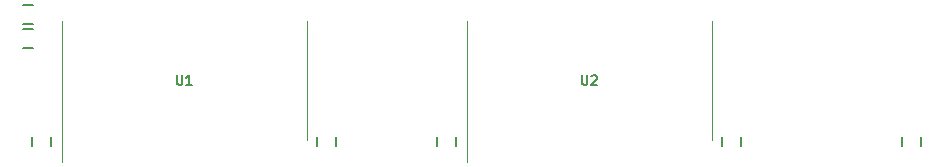
<source format=gto>
G04 #@! TF.GenerationSoftware,KiCad,Pcbnew,(5.1.10-1-10_14)*
G04 #@! TF.CreationDate,2021-07-02T01:32:44-04:00*
G04 #@! TF.ProjectId,GW4192-SOP,47573431-3932-42d5-934f-502e6b696361,1.0-SOP*
G04 #@! TF.SameCoordinates,Original*
G04 #@! TF.FileFunction,Legend,Top*
G04 #@! TF.FilePolarity,Positive*
%FSLAX46Y46*%
G04 Gerber Fmt 4.6, Leading zero omitted, Abs format (unit mm)*
G04 Created by KiCad (PCBNEW (5.1.10-1-10_14)) date 2021-07-02 01:32:44*
%MOMM*%
%LPD*%
G01*
G04 APERTURE LIST*
%ADD10C,0.120000*%
%ADD11C,0.152400*%
%ADD12C,0.203200*%
%ADD13C,1.448000*%
%ADD14C,0.952400*%
G04 APERTURE END LIST*
D10*
X85527500Y-90043000D02*
X85527500Y-96983000D01*
X85527500Y-90043000D02*
X85527500Y-85025500D01*
X106242500Y-90043000D02*
X106242500Y-95060500D01*
X106242500Y-90043000D02*
X106242500Y-85025500D01*
X119817500Y-90043000D02*
X119817500Y-96983000D01*
X119817500Y-90043000D02*
X119817500Y-85025500D01*
X140532500Y-90043000D02*
X140532500Y-95060500D01*
X140532500Y-90043000D02*
X140532500Y-85025500D01*
D11*
X118910000Y-95631900D02*
X118910000Y-94819100D01*
X117310000Y-95631900D02*
X117310000Y-94819100D01*
X108750000Y-95631900D02*
X108750000Y-94819100D01*
X107150000Y-95631900D02*
X107150000Y-94819100D01*
X143040000Y-95631900D02*
X143040000Y-94819100D01*
X141440000Y-95631900D02*
X141440000Y-94819100D01*
X84620000Y-95631900D02*
X84620000Y-94819100D01*
X83020000Y-95631900D02*
X83020000Y-94819100D01*
X158280000Y-95631900D02*
X158280000Y-94819100D01*
X156680000Y-95631900D02*
X156680000Y-94819100D01*
X83083400Y-85687000D02*
X82270600Y-85687000D01*
X83083400Y-87287000D02*
X82270600Y-87287000D01*
X82270600Y-85255000D02*
X83083400Y-85255000D01*
X82270600Y-83655000D02*
X83083400Y-83655000D01*
D12*
X95265723Y-89597895D02*
X95265723Y-90255876D01*
X95304428Y-90333285D01*
X95343133Y-90371990D01*
X95420542Y-90410695D01*
X95575361Y-90410695D01*
X95652771Y-90371990D01*
X95691476Y-90333285D01*
X95730180Y-90255876D01*
X95730180Y-89597895D01*
X96542980Y-90410695D02*
X96078523Y-90410695D01*
X96310752Y-90410695D02*
X96310752Y-89597895D01*
X96233342Y-89714009D01*
X96155933Y-89791419D01*
X96078523Y-89830123D01*
X129555723Y-89597895D02*
X129555723Y-90255876D01*
X129594428Y-90333285D01*
X129633133Y-90371990D01*
X129710542Y-90410695D01*
X129865361Y-90410695D01*
X129942771Y-90371990D01*
X129981476Y-90333285D01*
X130020180Y-90255876D01*
X130020180Y-89597895D01*
X130368523Y-89675304D02*
X130407228Y-89636600D01*
X130484638Y-89597895D01*
X130678161Y-89597895D01*
X130755571Y-89636600D01*
X130794276Y-89675304D01*
X130832980Y-89752714D01*
X130832980Y-89830123D01*
X130794276Y-89946238D01*
X130329819Y-90410695D01*
X130832980Y-90410695D01*
%LPC*%
G36*
G01*
X86535000Y-85076500D02*
X86185000Y-85076500D01*
G75*
G02*
X86010000Y-84901500I0J175000D01*
G01*
X86010000Y-83246500D01*
G75*
G02*
X86185000Y-83071500I175000J0D01*
G01*
X86535000Y-83071500D01*
G75*
G02*
X86710000Y-83246500I0J-175000D01*
G01*
X86710000Y-84901500D01*
G75*
G02*
X86535000Y-85076500I-175000J0D01*
G01*
G37*
G36*
G01*
X87805000Y-85076500D02*
X87455000Y-85076500D01*
G75*
G02*
X87280000Y-84901500I0J175000D01*
G01*
X87280000Y-83246500D01*
G75*
G02*
X87455000Y-83071500I175000J0D01*
G01*
X87805000Y-83071500D01*
G75*
G02*
X87980000Y-83246500I0J-175000D01*
G01*
X87980000Y-84901500D01*
G75*
G02*
X87805000Y-85076500I-175000J0D01*
G01*
G37*
G36*
G01*
X89075000Y-85076500D02*
X88725000Y-85076500D01*
G75*
G02*
X88550000Y-84901500I0J175000D01*
G01*
X88550000Y-83246500D01*
G75*
G02*
X88725000Y-83071500I175000J0D01*
G01*
X89075000Y-83071500D01*
G75*
G02*
X89250000Y-83246500I0J-175000D01*
G01*
X89250000Y-84901500D01*
G75*
G02*
X89075000Y-85076500I-175000J0D01*
G01*
G37*
G36*
G01*
X90345000Y-85076500D02*
X89995000Y-85076500D01*
G75*
G02*
X89820000Y-84901500I0J175000D01*
G01*
X89820000Y-83246500D01*
G75*
G02*
X89995000Y-83071500I175000J0D01*
G01*
X90345000Y-83071500D01*
G75*
G02*
X90520000Y-83246500I0J-175000D01*
G01*
X90520000Y-84901500D01*
G75*
G02*
X90345000Y-85076500I-175000J0D01*
G01*
G37*
G36*
G01*
X91615000Y-85076500D02*
X91265000Y-85076500D01*
G75*
G02*
X91090000Y-84901500I0J175000D01*
G01*
X91090000Y-83246500D01*
G75*
G02*
X91265000Y-83071500I175000J0D01*
G01*
X91615000Y-83071500D01*
G75*
G02*
X91790000Y-83246500I0J-175000D01*
G01*
X91790000Y-84901500D01*
G75*
G02*
X91615000Y-85076500I-175000J0D01*
G01*
G37*
G36*
G01*
X92885000Y-85076500D02*
X92535000Y-85076500D01*
G75*
G02*
X92360000Y-84901500I0J175000D01*
G01*
X92360000Y-83246500D01*
G75*
G02*
X92535000Y-83071500I175000J0D01*
G01*
X92885000Y-83071500D01*
G75*
G02*
X93060000Y-83246500I0J-175000D01*
G01*
X93060000Y-84901500D01*
G75*
G02*
X92885000Y-85076500I-175000J0D01*
G01*
G37*
G36*
G01*
X94155000Y-85076500D02*
X93805000Y-85076500D01*
G75*
G02*
X93630000Y-84901500I0J175000D01*
G01*
X93630000Y-83246500D01*
G75*
G02*
X93805000Y-83071500I175000J0D01*
G01*
X94155000Y-83071500D01*
G75*
G02*
X94330000Y-83246500I0J-175000D01*
G01*
X94330000Y-84901500D01*
G75*
G02*
X94155000Y-85076500I-175000J0D01*
G01*
G37*
G36*
G01*
X95425000Y-85076500D02*
X95075000Y-85076500D01*
G75*
G02*
X94900000Y-84901500I0J175000D01*
G01*
X94900000Y-83246500D01*
G75*
G02*
X95075000Y-83071500I175000J0D01*
G01*
X95425000Y-83071500D01*
G75*
G02*
X95600000Y-83246500I0J-175000D01*
G01*
X95600000Y-84901500D01*
G75*
G02*
X95425000Y-85076500I-175000J0D01*
G01*
G37*
G36*
G01*
X96695000Y-85076500D02*
X96345000Y-85076500D01*
G75*
G02*
X96170000Y-84901500I0J175000D01*
G01*
X96170000Y-83246500D01*
G75*
G02*
X96345000Y-83071500I175000J0D01*
G01*
X96695000Y-83071500D01*
G75*
G02*
X96870000Y-83246500I0J-175000D01*
G01*
X96870000Y-84901500D01*
G75*
G02*
X96695000Y-85076500I-175000J0D01*
G01*
G37*
G36*
G01*
X97965000Y-85076500D02*
X97615000Y-85076500D01*
G75*
G02*
X97440000Y-84901500I0J175000D01*
G01*
X97440000Y-83246500D01*
G75*
G02*
X97615000Y-83071500I175000J0D01*
G01*
X97965000Y-83071500D01*
G75*
G02*
X98140000Y-83246500I0J-175000D01*
G01*
X98140000Y-84901500D01*
G75*
G02*
X97965000Y-85076500I-175000J0D01*
G01*
G37*
G36*
G01*
X99235000Y-85076500D02*
X98885000Y-85076500D01*
G75*
G02*
X98710000Y-84901500I0J175000D01*
G01*
X98710000Y-83246500D01*
G75*
G02*
X98885000Y-83071500I175000J0D01*
G01*
X99235000Y-83071500D01*
G75*
G02*
X99410000Y-83246500I0J-175000D01*
G01*
X99410000Y-84901500D01*
G75*
G02*
X99235000Y-85076500I-175000J0D01*
G01*
G37*
G36*
G01*
X100505000Y-85076500D02*
X100155000Y-85076500D01*
G75*
G02*
X99980000Y-84901500I0J175000D01*
G01*
X99980000Y-83246500D01*
G75*
G02*
X100155000Y-83071500I175000J0D01*
G01*
X100505000Y-83071500D01*
G75*
G02*
X100680000Y-83246500I0J-175000D01*
G01*
X100680000Y-84901500D01*
G75*
G02*
X100505000Y-85076500I-175000J0D01*
G01*
G37*
G36*
G01*
X101775000Y-85076500D02*
X101425000Y-85076500D01*
G75*
G02*
X101250000Y-84901500I0J175000D01*
G01*
X101250000Y-83246500D01*
G75*
G02*
X101425000Y-83071500I175000J0D01*
G01*
X101775000Y-83071500D01*
G75*
G02*
X101950000Y-83246500I0J-175000D01*
G01*
X101950000Y-84901500D01*
G75*
G02*
X101775000Y-85076500I-175000J0D01*
G01*
G37*
G36*
G01*
X103045000Y-85076500D02*
X102695000Y-85076500D01*
G75*
G02*
X102520000Y-84901500I0J175000D01*
G01*
X102520000Y-83246500D01*
G75*
G02*
X102695000Y-83071500I175000J0D01*
G01*
X103045000Y-83071500D01*
G75*
G02*
X103220000Y-83246500I0J-175000D01*
G01*
X103220000Y-84901500D01*
G75*
G02*
X103045000Y-85076500I-175000J0D01*
G01*
G37*
G36*
G01*
X104315000Y-85076500D02*
X103965000Y-85076500D01*
G75*
G02*
X103790000Y-84901500I0J175000D01*
G01*
X103790000Y-83246500D01*
G75*
G02*
X103965000Y-83071500I175000J0D01*
G01*
X104315000Y-83071500D01*
G75*
G02*
X104490000Y-83246500I0J-175000D01*
G01*
X104490000Y-84901500D01*
G75*
G02*
X104315000Y-85076500I-175000J0D01*
G01*
G37*
G36*
G01*
X105585000Y-85076500D02*
X105235000Y-85076500D01*
G75*
G02*
X105060000Y-84901500I0J175000D01*
G01*
X105060000Y-83246500D01*
G75*
G02*
X105235000Y-83071500I175000J0D01*
G01*
X105585000Y-83071500D01*
G75*
G02*
X105760000Y-83246500I0J-175000D01*
G01*
X105760000Y-84901500D01*
G75*
G02*
X105585000Y-85076500I-175000J0D01*
G01*
G37*
G36*
G01*
X105585000Y-97014500D02*
X105235000Y-97014500D01*
G75*
G02*
X105060000Y-96839500I0J175000D01*
G01*
X105060000Y-95184500D01*
G75*
G02*
X105235000Y-95009500I175000J0D01*
G01*
X105585000Y-95009500D01*
G75*
G02*
X105760000Y-95184500I0J-175000D01*
G01*
X105760000Y-96839500D01*
G75*
G02*
X105585000Y-97014500I-175000J0D01*
G01*
G37*
G36*
G01*
X104315000Y-97014500D02*
X103965000Y-97014500D01*
G75*
G02*
X103790000Y-96839500I0J175000D01*
G01*
X103790000Y-95184500D01*
G75*
G02*
X103965000Y-95009500I175000J0D01*
G01*
X104315000Y-95009500D01*
G75*
G02*
X104490000Y-95184500I0J-175000D01*
G01*
X104490000Y-96839500D01*
G75*
G02*
X104315000Y-97014500I-175000J0D01*
G01*
G37*
G36*
G01*
X103045000Y-97014500D02*
X102695000Y-97014500D01*
G75*
G02*
X102520000Y-96839500I0J175000D01*
G01*
X102520000Y-95184500D01*
G75*
G02*
X102695000Y-95009500I175000J0D01*
G01*
X103045000Y-95009500D01*
G75*
G02*
X103220000Y-95184500I0J-175000D01*
G01*
X103220000Y-96839500D01*
G75*
G02*
X103045000Y-97014500I-175000J0D01*
G01*
G37*
G36*
G01*
X101775000Y-97014500D02*
X101425000Y-97014500D01*
G75*
G02*
X101250000Y-96839500I0J175000D01*
G01*
X101250000Y-95184500D01*
G75*
G02*
X101425000Y-95009500I175000J0D01*
G01*
X101775000Y-95009500D01*
G75*
G02*
X101950000Y-95184500I0J-175000D01*
G01*
X101950000Y-96839500D01*
G75*
G02*
X101775000Y-97014500I-175000J0D01*
G01*
G37*
G36*
G01*
X100505000Y-97014500D02*
X100155000Y-97014500D01*
G75*
G02*
X99980000Y-96839500I0J175000D01*
G01*
X99980000Y-95184500D01*
G75*
G02*
X100155000Y-95009500I175000J0D01*
G01*
X100505000Y-95009500D01*
G75*
G02*
X100680000Y-95184500I0J-175000D01*
G01*
X100680000Y-96839500D01*
G75*
G02*
X100505000Y-97014500I-175000J0D01*
G01*
G37*
G36*
G01*
X99235000Y-97014500D02*
X98885000Y-97014500D01*
G75*
G02*
X98710000Y-96839500I0J175000D01*
G01*
X98710000Y-95184500D01*
G75*
G02*
X98885000Y-95009500I175000J0D01*
G01*
X99235000Y-95009500D01*
G75*
G02*
X99410000Y-95184500I0J-175000D01*
G01*
X99410000Y-96839500D01*
G75*
G02*
X99235000Y-97014500I-175000J0D01*
G01*
G37*
G36*
G01*
X97965000Y-97014500D02*
X97615000Y-97014500D01*
G75*
G02*
X97440000Y-96839500I0J175000D01*
G01*
X97440000Y-95184500D01*
G75*
G02*
X97615000Y-95009500I175000J0D01*
G01*
X97965000Y-95009500D01*
G75*
G02*
X98140000Y-95184500I0J-175000D01*
G01*
X98140000Y-96839500D01*
G75*
G02*
X97965000Y-97014500I-175000J0D01*
G01*
G37*
G36*
G01*
X96695000Y-97014500D02*
X96345000Y-97014500D01*
G75*
G02*
X96170000Y-96839500I0J175000D01*
G01*
X96170000Y-95184500D01*
G75*
G02*
X96345000Y-95009500I175000J0D01*
G01*
X96695000Y-95009500D01*
G75*
G02*
X96870000Y-95184500I0J-175000D01*
G01*
X96870000Y-96839500D01*
G75*
G02*
X96695000Y-97014500I-175000J0D01*
G01*
G37*
G36*
G01*
X95425000Y-97014500D02*
X95075000Y-97014500D01*
G75*
G02*
X94900000Y-96839500I0J175000D01*
G01*
X94900000Y-95184500D01*
G75*
G02*
X95075000Y-95009500I175000J0D01*
G01*
X95425000Y-95009500D01*
G75*
G02*
X95600000Y-95184500I0J-175000D01*
G01*
X95600000Y-96839500D01*
G75*
G02*
X95425000Y-97014500I-175000J0D01*
G01*
G37*
G36*
G01*
X94155000Y-97014500D02*
X93805000Y-97014500D01*
G75*
G02*
X93630000Y-96839500I0J175000D01*
G01*
X93630000Y-95184500D01*
G75*
G02*
X93805000Y-95009500I175000J0D01*
G01*
X94155000Y-95009500D01*
G75*
G02*
X94330000Y-95184500I0J-175000D01*
G01*
X94330000Y-96839500D01*
G75*
G02*
X94155000Y-97014500I-175000J0D01*
G01*
G37*
G36*
G01*
X92885000Y-97014500D02*
X92535000Y-97014500D01*
G75*
G02*
X92360000Y-96839500I0J175000D01*
G01*
X92360000Y-95184500D01*
G75*
G02*
X92535000Y-95009500I175000J0D01*
G01*
X92885000Y-95009500D01*
G75*
G02*
X93060000Y-95184500I0J-175000D01*
G01*
X93060000Y-96839500D01*
G75*
G02*
X92885000Y-97014500I-175000J0D01*
G01*
G37*
G36*
G01*
X91615000Y-97014500D02*
X91265000Y-97014500D01*
G75*
G02*
X91090000Y-96839500I0J175000D01*
G01*
X91090000Y-95184500D01*
G75*
G02*
X91265000Y-95009500I175000J0D01*
G01*
X91615000Y-95009500D01*
G75*
G02*
X91790000Y-95184500I0J-175000D01*
G01*
X91790000Y-96839500D01*
G75*
G02*
X91615000Y-97014500I-175000J0D01*
G01*
G37*
G36*
G01*
X90345000Y-97014500D02*
X89995000Y-97014500D01*
G75*
G02*
X89820000Y-96839500I0J175000D01*
G01*
X89820000Y-95184500D01*
G75*
G02*
X89995000Y-95009500I175000J0D01*
G01*
X90345000Y-95009500D01*
G75*
G02*
X90520000Y-95184500I0J-175000D01*
G01*
X90520000Y-96839500D01*
G75*
G02*
X90345000Y-97014500I-175000J0D01*
G01*
G37*
G36*
G01*
X89075000Y-97014500D02*
X88725000Y-97014500D01*
G75*
G02*
X88550000Y-96839500I0J175000D01*
G01*
X88550000Y-95184500D01*
G75*
G02*
X88725000Y-95009500I175000J0D01*
G01*
X89075000Y-95009500D01*
G75*
G02*
X89250000Y-95184500I0J-175000D01*
G01*
X89250000Y-96839500D01*
G75*
G02*
X89075000Y-97014500I-175000J0D01*
G01*
G37*
G36*
G01*
X87805000Y-97014500D02*
X87455000Y-97014500D01*
G75*
G02*
X87280000Y-96839500I0J175000D01*
G01*
X87280000Y-95184500D01*
G75*
G02*
X87455000Y-95009500I175000J0D01*
G01*
X87805000Y-95009500D01*
G75*
G02*
X87980000Y-95184500I0J-175000D01*
G01*
X87980000Y-96839500D01*
G75*
G02*
X87805000Y-97014500I-175000J0D01*
G01*
G37*
G36*
G01*
X86535000Y-97014500D02*
X86185000Y-97014500D01*
G75*
G02*
X86010000Y-96839500I0J175000D01*
G01*
X86010000Y-95184500D01*
G75*
G02*
X86185000Y-95009500I175000J0D01*
G01*
X86535000Y-95009500D01*
G75*
G02*
X86710000Y-95184500I0J-175000D01*
G01*
X86710000Y-96839500D01*
G75*
G02*
X86535000Y-97014500I-175000J0D01*
G01*
G37*
G36*
G01*
X120825000Y-85076500D02*
X120475000Y-85076500D01*
G75*
G02*
X120300000Y-84901500I0J175000D01*
G01*
X120300000Y-83246500D01*
G75*
G02*
X120475000Y-83071500I175000J0D01*
G01*
X120825000Y-83071500D01*
G75*
G02*
X121000000Y-83246500I0J-175000D01*
G01*
X121000000Y-84901500D01*
G75*
G02*
X120825000Y-85076500I-175000J0D01*
G01*
G37*
G36*
G01*
X122095000Y-85076500D02*
X121745000Y-85076500D01*
G75*
G02*
X121570000Y-84901500I0J175000D01*
G01*
X121570000Y-83246500D01*
G75*
G02*
X121745000Y-83071500I175000J0D01*
G01*
X122095000Y-83071500D01*
G75*
G02*
X122270000Y-83246500I0J-175000D01*
G01*
X122270000Y-84901500D01*
G75*
G02*
X122095000Y-85076500I-175000J0D01*
G01*
G37*
G36*
G01*
X123365000Y-85076500D02*
X123015000Y-85076500D01*
G75*
G02*
X122840000Y-84901500I0J175000D01*
G01*
X122840000Y-83246500D01*
G75*
G02*
X123015000Y-83071500I175000J0D01*
G01*
X123365000Y-83071500D01*
G75*
G02*
X123540000Y-83246500I0J-175000D01*
G01*
X123540000Y-84901500D01*
G75*
G02*
X123365000Y-85076500I-175000J0D01*
G01*
G37*
G36*
G01*
X124635000Y-85076500D02*
X124285000Y-85076500D01*
G75*
G02*
X124110000Y-84901500I0J175000D01*
G01*
X124110000Y-83246500D01*
G75*
G02*
X124285000Y-83071500I175000J0D01*
G01*
X124635000Y-83071500D01*
G75*
G02*
X124810000Y-83246500I0J-175000D01*
G01*
X124810000Y-84901500D01*
G75*
G02*
X124635000Y-85076500I-175000J0D01*
G01*
G37*
G36*
G01*
X125905000Y-85076500D02*
X125555000Y-85076500D01*
G75*
G02*
X125380000Y-84901500I0J175000D01*
G01*
X125380000Y-83246500D01*
G75*
G02*
X125555000Y-83071500I175000J0D01*
G01*
X125905000Y-83071500D01*
G75*
G02*
X126080000Y-83246500I0J-175000D01*
G01*
X126080000Y-84901500D01*
G75*
G02*
X125905000Y-85076500I-175000J0D01*
G01*
G37*
G36*
G01*
X127175000Y-85076500D02*
X126825000Y-85076500D01*
G75*
G02*
X126650000Y-84901500I0J175000D01*
G01*
X126650000Y-83246500D01*
G75*
G02*
X126825000Y-83071500I175000J0D01*
G01*
X127175000Y-83071500D01*
G75*
G02*
X127350000Y-83246500I0J-175000D01*
G01*
X127350000Y-84901500D01*
G75*
G02*
X127175000Y-85076500I-175000J0D01*
G01*
G37*
G36*
G01*
X128445000Y-85076500D02*
X128095000Y-85076500D01*
G75*
G02*
X127920000Y-84901500I0J175000D01*
G01*
X127920000Y-83246500D01*
G75*
G02*
X128095000Y-83071500I175000J0D01*
G01*
X128445000Y-83071500D01*
G75*
G02*
X128620000Y-83246500I0J-175000D01*
G01*
X128620000Y-84901500D01*
G75*
G02*
X128445000Y-85076500I-175000J0D01*
G01*
G37*
G36*
G01*
X129715000Y-85076500D02*
X129365000Y-85076500D01*
G75*
G02*
X129190000Y-84901500I0J175000D01*
G01*
X129190000Y-83246500D01*
G75*
G02*
X129365000Y-83071500I175000J0D01*
G01*
X129715000Y-83071500D01*
G75*
G02*
X129890000Y-83246500I0J-175000D01*
G01*
X129890000Y-84901500D01*
G75*
G02*
X129715000Y-85076500I-175000J0D01*
G01*
G37*
G36*
G01*
X130985000Y-85076500D02*
X130635000Y-85076500D01*
G75*
G02*
X130460000Y-84901500I0J175000D01*
G01*
X130460000Y-83246500D01*
G75*
G02*
X130635000Y-83071500I175000J0D01*
G01*
X130985000Y-83071500D01*
G75*
G02*
X131160000Y-83246500I0J-175000D01*
G01*
X131160000Y-84901500D01*
G75*
G02*
X130985000Y-85076500I-175000J0D01*
G01*
G37*
G36*
G01*
X132255000Y-85076500D02*
X131905000Y-85076500D01*
G75*
G02*
X131730000Y-84901500I0J175000D01*
G01*
X131730000Y-83246500D01*
G75*
G02*
X131905000Y-83071500I175000J0D01*
G01*
X132255000Y-83071500D01*
G75*
G02*
X132430000Y-83246500I0J-175000D01*
G01*
X132430000Y-84901500D01*
G75*
G02*
X132255000Y-85076500I-175000J0D01*
G01*
G37*
G36*
G01*
X133525000Y-85076500D02*
X133175000Y-85076500D01*
G75*
G02*
X133000000Y-84901500I0J175000D01*
G01*
X133000000Y-83246500D01*
G75*
G02*
X133175000Y-83071500I175000J0D01*
G01*
X133525000Y-83071500D01*
G75*
G02*
X133700000Y-83246500I0J-175000D01*
G01*
X133700000Y-84901500D01*
G75*
G02*
X133525000Y-85076500I-175000J0D01*
G01*
G37*
G36*
G01*
X134795000Y-85076500D02*
X134445000Y-85076500D01*
G75*
G02*
X134270000Y-84901500I0J175000D01*
G01*
X134270000Y-83246500D01*
G75*
G02*
X134445000Y-83071500I175000J0D01*
G01*
X134795000Y-83071500D01*
G75*
G02*
X134970000Y-83246500I0J-175000D01*
G01*
X134970000Y-84901500D01*
G75*
G02*
X134795000Y-85076500I-175000J0D01*
G01*
G37*
G36*
G01*
X136065000Y-85076500D02*
X135715000Y-85076500D01*
G75*
G02*
X135540000Y-84901500I0J175000D01*
G01*
X135540000Y-83246500D01*
G75*
G02*
X135715000Y-83071500I175000J0D01*
G01*
X136065000Y-83071500D01*
G75*
G02*
X136240000Y-83246500I0J-175000D01*
G01*
X136240000Y-84901500D01*
G75*
G02*
X136065000Y-85076500I-175000J0D01*
G01*
G37*
G36*
G01*
X137335000Y-85076500D02*
X136985000Y-85076500D01*
G75*
G02*
X136810000Y-84901500I0J175000D01*
G01*
X136810000Y-83246500D01*
G75*
G02*
X136985000Y-83071500I175000J0D01*
G01*
X137335000Y-83071500D01*
G75*
G02*
X137510000Y-83246500I0J-175000D01*
G01*
X137510000Y-84901500D01*
G75*
G02*
X137335000Y-85076500I-175000J0D01*
G01*
G37*
G36*
G01*
X138605000Y-85076500D02*
X138255000Y-85076500D01*
G75*
G02*
X138080000Y-84901500I0J175000D01*
G01*
X138080000Y-83246500D01*
G75*
G02*
X138255000Y-83071500I175000J0D01*
G01*
X138605000Y-83071500D01*
G75*
G02*
X138780000Y-83246500I0J-175000D01*
G01*
X138780000Y-84901500D01*
G75*
G02*
X138605000Y-85076500I-175000J0D01*
G01*
G37*
G36*
G01*
X139875000Y-85076500D02*
X139525000Y-85076500D01*
G75*
G02*
X139350000Y-84901500I0J175000D01*
G01*
X139350000Y-83246500D01*
G75*
G02*
X139525000Y-83071500I175000J0D01*
G01*
X139875000Y-83071500D01*
G75*
G02*
X140050000Y-83246500I0J-175000D01*
G01*
X140050000Y-84901500D01*
G75*
G02*
X139875000Y-85076500I-175000J0D01*
G01*
G37*
G36*
G01*
X139875000Y-97014500D02*
X139525000Y-97014500D01*
G75*
G02*
X139350000Y-96839500I0J175000D01*
G01*
X139350000Y-95184500D01*
G75*
G02*
X139525000Y-95009500I175000J0D01*
G01*
X139875000Y-95009500D01*
G75*
G02*
X140050000Y-95184500I0J-175000D01*
G01*
X140050000Y-96839500D01*
G75*
G02*
X139875000Y-97014500I-175000J0D01*
G01*
G37*
G36*
G01*
X138605000Y-97014500D02*
X138255000Y-97014500D01*
G75*
G02*
X138080000Y-96839500I0J175000D01*
G01*
X138080000Y-95184500D01*
G75*
G02*
X138255000Y-95009500I175000J0D01*
G01*
X138605000Y-95009500D01*
G75*
G02*
X138780000Y-95184500I0J-175000D01*
G01*
X138780000Y-96839500D01*
G75*
G02*
X138605000Y-97014500I-175000J0D01*
G01*
G37*
G36*
G01*
X137335000Y-97014500D02*
X136985000Y-97014500D01*
G75*
G02*
X136810000Y-96839500I0J175000D01*
G01*
X136810000Y-95184500D01*
G75*
G02*
X136985000Y-95009500I175000J0D01*
G01*
X137335000Y-95009500D01*
G75*
G02*
X137510000Y-95184500I0J-175000D01*
G01*
X137510000Y-96839500D01*
G75*
G02*
X137335000Y-97014500I-175000J0D01*
G01*
G37*
G36*
G01*
X136065000Y-97014500D02*
X135715000Y-97014500D01*
G75*
G02*
X135540000Y-96839500I0J175000D01*
G01*
X135540000Y-95184500D01*
G75*
G02*
X135715000Y-95009500I175000J0D01*
G01*
X136065000Y-95009500D01*
G75*
G02*
X136240000Y-95184500I0J-175000D01*
G01*
X136240000Y-96839500D01*
G75*
G02*
X136065000Y-97014500I-175000J0D01*
G01*
G37*
G36*
G01*
X134795000Y-97014500D02*
X134445000Y-97014500D01*
G75*
G02*
X134270000Y-96839500I0J175000D01*
G01*
X134270000Y-95184500D01*
G75*
G02*
X134445000Y-95009500I175000J0D01*
G01*
X134795000Y-95009500D01*
G75*
G02*
X134970000Y-95184500I0J-175000D01*
G01*
X134970000Y-96839500D01*
G75*
G02*
X134795000Y-97014500I-175000J0D01*
G01*
G37*
G36*
G01*
X133525000Y-97014500D02*
X133175000Y-97014500D01*
G75*
G02*
X133000000Y-96839500I0J175000D01*
G01*
X133000000Y-95184500D01*
G75*
G02*
X133175000Y-95009500I175000J0D01*
G01*
X133525000Y-95009500D01*
G75*
G02*
X133700000Y-95184500I0J-175000D01*
G01*
X133700000Y-96839500D01*
G75*
G02*
X133525000Y-97014500I-175000J0D01*
G01*
G37*
G36*
G01*
X132255000Y-97014500D02*
X131905000Y-97014500D01*
G75*
G02*
X131730000Y-96839500I0J175000D01*
G01*
X131730000Y-95184500D01*
G75*
G02*
X131905000Y-95009500I175000J0D01*
G01*
X132255000Y-95009500D01*
G75*
G02*
X132430000Y-95184500I0J-175000D01*
G01*
X132430000Y-96839500D01*
G75*
G02*
X132255000Y-97014500I-175000J0D01*
G01*
G37*
G36*
G01*
X130985000Y-97014500D02*
X130635000Y-97014500D01*
G75*
G02*
X130460000Y-96839500I0J175000D01*
G01*
X130460000Y-95184500D01*
G75*
G02*
X130635000Y-95009500I175000J0D01*
G01*
X130985000Y-95009500D01*
G75*
G02*
X131160000Y-95184500I0J-175000D01*
G01*
X131160000Y-96839500D01*
G75*
G02*
X130985000Y-97014500I-175000J0D01*
G01*
G37*
G36*
G01*
X129715000Y-97014500D02*
X129365000Y-97014500D01*
G75*
G02*
X129190000Y-96839500I0J175000D01*
G01*
X129190000Y-95184500D01*
G75*
G02*
X129365000Y-95009500I175000J0D01*
G01*
X129715000Y-95009500D01*
G75*
G02*
X129890000Y-95184500I0J-175000D01*
G01*
X129890000Y-96839500D01*
G75*
G02*
X129715000Y-97014500I-175000J0D01*
G01*
G37*
G36*
G01*
X128445000Y-97014500D02*
X128095000Y-97014500D01*
G75*
G02*
X127920000Y-96839500I0J175000D01*
G01*
X127920000Y-95184500D01*
G75*
G02*
X128095000Y-95009500I175000J0D01*
G01*
X128445000Y-95009500D01*
G75*
G02*
X128620000Y-95184500I0J-175000D01*
G01*
X128620000Y-96839500D01*
G75*
G02*
X128445000Y-97014500I-175000J0D01*
G01*
G37*
G36*
G01*
X127175000Y-97014500D02*
X126825000Y-97014500D01*
G75*
G02*
X126650000Y-96839500I0J175000D01*
G01*
X126650000Y-95184500D01*
G75*
G02*
X126825000Y-95009500I175000J0D01*
G01*
X127175000Y-95009500D01*
G75*
G02*
X127350000Y-95184500I0J-175000D01*
G01*
X127350000Y-96839500D01*
G75*
G02*
X127175000Y-97014500I-175000J0D01*
G01*
G37*
G36*
G01*
X125905000Y-97014500D02*
X125555000Y-97014500D01*
G75*
G02*
X125380000Y-96839500I0J175000D01*
G01*
X125380000Y-95184500D01*
G75*
G02*
X125555000Y-95009500I175000J0D01*
G01*
X125905000Y-95009500D01*
G75*
G02*
X126080000Y-95184500I0J-175000D01*
G01*
X126080000Y-96839500D01*
G75*
G02*
X125905000Y-97014500I-175000J0D01*
G01*
G37*
G36*
G01*
X124635000Y-97014500D02*
X124285000Y-97014500D01*
G75*
G02*
X124110000Y-96839500I0J175000D01*
G01*
X124110000Y-95184500D01*
G75*
G02*
X124285000Y-95009500I175000J0D01*
G01*
X124635000Y-95009500D01*
G75*
G02*
X124810000Y-95184500I0J-175000D01*
G01*
X124810000Y-96839500D01*
G75*
G02*
X124635000Y-97014500I-175000J0D01*
G01*
G37*
G36*
G01*
X123365000Y-97014500D02*
X123015000Y-97014500D01*
G75*
G02*
X122840000Y-96839500I0J175000D01*
G01*
X122840000Y-95184500D01*
G75*
G02*
X123015000Y-95009500I175000J0D01*
G01*
X123365000Y-95009500D01*
G75*
G02*
X123540000Y-95184500I0J-175000D01*
G01*
X123540000Y-96839500D01*
G75*
G02*
X123365000Y-97014500I-175000J0D01*
G01*
G37*
G36*
G01*
X122095000Y-97014500D02*
X121745000Y-97014500D01*
G75*
G02*
X121570000Y-96839500I0J175000D01*
G01*
X121570000Y-95184500D01*
G75*
G02*
X121745000Y-95009500I175000J0D01*
G01*
X122095000Y-95009500D01*
G75*
G02*
X122270000Y-95184500I0J-175000D01*
G01*
X122270000Y-96839500D01*
G75*
G02*
X122095000Y-97014500I-175000J0D01*
G01*
G37*
G36*
G01*
X120825000Y-97014500D02*
X120475000Y-97014500D01*
G75*
G02*
X120300000Y-96839500I0J175000D01*
G01*
X120300000Y-95184500D01*
G75*
G02*
X120475000Y-95009500I175000J0D01*
G01*
X120825000Y-95009500D01*
G75*
G02*
X121000000Y-95184500I0J-175000D01*
G01*
X121000000Y-96839500D01*
G75*
G02*
X120825000Y-97014500I-175000J0D01*
G01*
G37*
D13*
X163576000Y-100076000D03*
X79756000Y-100076000D03*
X163576000Y-82296000D03*
G36*
G01*
X82854800Y-100939600D02*
X82854800Y-99212400D01*
G75*
G02*
X83337400Y-98729800I482600J0D01*
G01*
X84302600Y-98729800D01*
G75*
G02*
X84785200Y-99212400I0J-482600D01*
G01*
X84785200Y-100939600D01*
G75*
G02*
X84302600Y-101422200I-482600J0D01*
G01*
X83337400Y-101422200D01*
G75*
G02*
X82854800Y-100939600I0J482600D01*
G01*
G37*
G36*
G01*
X85394800Y-100939600D02*
X85394800Y-99212400D01*
G75*
G02*
X85877400Y-98729800I482600J0D01*
G01*
X86842600Y-98729800D01*
G75*
G02*
X87325200Y-99212400I0J-482600D01*
G01*
X87325200Y-100939600D01*
G75*
G02*
X86842600Y-101422200I-482600J0D01*
G01*
X85877400Y-101422200D01*
G75*
G02*
X85394800Y-100939600I0J482600D01*
G01*
G37*
D14*
X88900000Y-98806000D03*
G36*
G01*
X108254800Y-100939600D02*
X108254800Y-99212400D01*
G75*
G02*
X108737400Y-98729800I482600J0D01*
G01*
X109702600Y-98729800D01*
G75*
G02*
X110185200Y-99212400I0J-482600D01*
G01*
X110185200Y-100939600D01*
G75*
G02*
X109702600Y-101422200I-482600J0D01*
G01*
X108737400Y-101422200D01*
G75*
G02*
X108254800Y-100939600I0J482600D01*
G01*
G37*
G36*
G01*
X93014800Y-100939600D02*
X93014800Y-99212400D01*
G75*
G02*
X93497400Y-98729800I482600J0D01*
G01*
X94462600Y-98729800D01*
G75*
G02*
X94945200Y-99212400I0J-482600D01*
G01*
X94945200Y-100939600D01*
G75*
G02*
X94462600Y-101422200I-482600J0D01*
G01*
X93497400Y-101422200D01*
G75*
G02*
X93014800Y-100939600I0J482600D01*
G01*
G37*
G36*
G01*
X110794800Y-100939600D02*
X110794800Y-99212400D01*
G75*
G02*
X111277400Y-98729800I482600J0D01*
G01*
X112242600Y-98729800D01*
G75*
G02*
X112725200Y-99212400I0J-482600D01*
G01*
X112725200Y-100939600D01*
G75*
G02*
X112242600Y-101422200I-482600J0D01*
G01*
X111277400Y-101422200D01*
G75*
G02*
X110794800Y-100939600I0J482600D01*
G01*
G37*
G36*
G01*
X146354800Y-100939600D02*
X146354800Y-99212400D01*
G75*
G02*
X146837400Y-98729800I482600J0D01*
G01*
X147802600Y-98729800D01*
G75*
G02*
X148285200Y-99212400I0J-482600D01*
G01*
X148285200Y-100939600D01*
G75*
G02*
X147802600Y-101422200I-482600J0D01*
G01*
X146837400Y-101422200D01*
G75*
G02*
X146354800Y-100939600I0J482600D01*
G01*
G37*
G36*
G01*
X113334800Y-100939600D02*
X113334800Y-99212400D01*
G75*
G02*
X113817400Y-98729800I482600J0D01*
G01*
X114782600Y-98729800D01*
G75*
G02*
X115265200Y-99212400I0J-482600D01*
G01*
X115265200Y-100939600D01*
G75*
G02*
X114782600Y-101422200I-482600J0D01*
G01*
X113817400Y-101422200D01*
G75*
G02*
X113334800Y-100939600I0J482600D01*
G01*
G37*
G36*
G01*
X115874800Y-100939600D02*
X115874800Y-99212400D01*
G75*
G02*
X116357400Y-98729800I482600J0D01*
G01*
X117322600Y-98729800D01*
G75*
G02*
X117805200Y-99212400I0J-482600D01*
G01*
X117805200Y-100939600D01*
G75*
G02*
X117322600Y-101422200I-482600J0D01*
G01*
X116357400Y-101422200D01*
G75*
G02*
X115874800Y-100939600I0J482600D01*
G01*
G37*
G36*
G01*
X90474800Y-100939600D02*
X90474800Y-99212400D01*
G75*
G02*
X90957400Y-98729800I482600J0D01*
G01*
X91922600Y-98729800D01*
G75*
G02*
X92405200Y-99212400I0J-482600D01*
G01*
X92405200Y-100939600D01*
G75*
G02*
X91922600Y-101422200I-482600J0D01*
G01*
X90957400Y-101422200D01*
G75*
G02*
X90474800Y-100939600I0J482600D01*
G01*
G37*
G36*
G01*
X153974800Y-100939600D02*
X153974800Y-99212400D01*
G75*
G02*
X154457400Y-98729800I482600J0D01*
G01*
X155422600Y-98729800D01*
G75*
G02*
X155905200Y-99212400I0J-482600D01*
G01*
X155905200Y-100939600D01*
G75*
G02*
X155422600Y-101422200I-482600J0D01*
G01*
X154457400Y-101422200D01*
G75*
G02*
X153974800Y-100939600I0J482600D01*
G01*
G37*
G36*
G01*
X87934800Y-100939600D02*
X87934800Y-99212400D01*
G75*
G02*
X88417400Y-98729800I482600J0D01*
G01*
X89382600Y-98729800D01*
G75*
G02*
X89865200Y-99212400I0J-482600D01*
G01*
X89865200Y-100939600D01*
G75*
G02*
X89382600Y-101422200I-482600J0D01*
G01*
X88417400Y-101422200D01*
G75*
G02*
X87934800Y-100939600I0J482600D01*
G01*
G37*
G36*
G01*
X141274800Y-100939600D02*
X141274800Y-99212400D01*
G75*
G02*
X141757400Y-98729800I482600J0D01*
G01*
X142722600Y-98729800D01*
G75*
G02*
X143205200Y-99212400I0J-482600D01*
G01*
X143205200Y-100939600D01*
G75*
G02*
X142722600Y-101422200I-482600J0D01*
G01*
X141757400Y-101422200D01*
G75*
G02*
X141274800Y-100939600I0J482600D01*
G01*
G37*
G36*
G01*
X120954800Y-100939600D02*
X120954800Y-99212400D01*
G75*
G02*
X121437400Y-98729800I482600J0D01*
G01*
X122402600Y-98729800D01*
G75*
G02*
X122885200Y-99212400I0J-482600D01*
G01*
X122885200Y-100939600D01*
G75*
G02*
X122402600Y-101422200I-482600J0D01*
G01*
X121437400Y-101422200D01*
G75*
G02*
X120954800Y-100939600I0J482600D01*
G01*
G37*
G36*
G01*
X131114800Y-100939600D02*
X131114800Y-99212400D01*
G75*
G02*
X131597400Y-98729800I482600J0D01*
G01*
X132562600Y-98729800D01*
G75*
G02*
X133045200Y-99212400I0J-482600D01*
G01*
X133045200Y-100939600D01*
G75*
G02*
X132562600Y-101422200I-482600J0D01*
G01*
X131597400Y-101422200D01*
G75*
G02*
X131114800Y-100939600I0J482600D01*
G01*
G37*
G36*
G01*
X138734800Y-100939600D02*
X138734800Y-99212400D01*
G75*
G02*
X139217400Y-98729800I482600J0D01*
G01*
X140182600Y-98729800D01*
G75*
G02*
X140665200Y-99212400I0J-482600D01*
G01*
X140665200Y-100939600D01*
G75*
G02*
X140182600Y-101422200I-482600J0D01*
G01*
X139217400Y-101422200D01*
G75*
G02*
X138734800Y-100939600I0J482600D01*
G01*
G37*
G36*
G01*
X103174800Y-100939600D02*
X103174800Y-99212400D01*
G75*
G02*
X103657400Y-98729800I482600J0D01*
G01*
X104622600Y-98729800D01*
G75*
G02*
X105105200Y-99212400I0J-482600D01*
G01*
X105105200Y-100939600D01*
G75*
G02*
X104622600Y-101422200I-482600J0D01*
G01*
X103657400Y-101422200D01*
G75*
G02*
X103174800Y-100939600I0J482600D01*
G01*
G37*
G36*
G01*
X126034800Y-100939600D02*
X126034800Y-99212400D01*
G75*
G02*
X126517400Y-98729800I482600J0D01*
G01*
X127482600Y-98729800D01*
G75*
G02*
X127965200Y-99212400I0J-482600D01*
G01*
X127965200Y-100939600D01*
G75*
G02*
X127482600Y-101422200I-482600J0D01*
G01*
X126517400Y-101422200D01*
G75*
G02*
X126034800Y-100939600I0J482600D01*
G01*
G37*
G36*
G01*
X133654800Y-100939600D02*
X133654800Y-99212400D01*
G75*
G02*
X134137400Y-98729800I482600J0D01*
G01*
X135102600Y-98729800D01*
G75*
G02*
X135585200Y-99212400I0J-482600D01*
G01*
X135585200Y-100939600D01*
G75*
G02*
X135102600Y-101422200I-482600J0D01*
G01*
X134137400Y-101422200D01*
G75*
G02*
X133654800Y-100939600I0J482600D01*
G01*
G37*
G36*
G01*
X128574800Y-100939600D02*
X128574800Y-99212400D01*
G75*
G02*
X129057400Y-98729800I482600J0D01*
G01*
X130022600Y-98729800D01*
G75*
G02*
X130505200Y-99212400I0J-482600D01*
G01*
X130505200Y-100939600D01*
G75*
G02*
X130022600Y-101422200I-482600J0D01*
G01*
X129057400Y-101422200D01*
G75*
G02*
X128574800Y-100939600I0J482600D01*
G01*
G37*
G36*
G01*
X105714800Y-100939600D02*
X105714800Y-99212400D01*
G75*
G02*
X106197400Y-98729800I482600J0D01*
G01*
X107162600Y-98729800D01*
G75*
G02*
X107645200Y-99212400I0J-482600D01*
G01*
X107645200Y-100939600D01*
G75*
G02*
X107162600Y-101422200I-482600J0D01*
G01*
X106197400Y-101422200D01*
G75*
G02*
X105714800Y-100939600I0J482600D01*
G01*
G37*
G36*
G01*
X136194800Y-100939600D02*
X136194800Y-99212400D01*
G75*
G02*
X136677400Y-98729800I482600J0D01*
G01*
X137642600Y-98729800D01*
G75*
G02*
X138125200Y-99212400I0J-482600D01*
G01*
X138125200Y-100939600D01*
G75*
G02*
X137642600Y-101422200I-482600J0D01*
G01*
X136677400Y-101422200D01*
G75*
G02*
X136194800Y-100939600I0J482600D01*
G01*
G37*
G36*
G01*
X95554800Y-100939600D02*
X95554800Y-99212400D01*
G75*
G02*
X96037400Y-98729800I482600J0D01*
G01*
X97002600Y-98729800D01*
G75*
G02*
X97485200Y-99212400I0J-482600D01*
G01*
X97485200Y-100939600D01*
G75*
G02*
X97002600Y-101422200I-482600J0D01*
G01*
X96037400Y-101422200D01*
G75*
G02*
X95554800Y-100939600I0J482600D01*
G01*
G37*
G36*
G01*
X123494800Y-100939600D02*
X123494800Y-99212400D01*
G75*
G02*
X123977400Y-98729800I482600J0D01*
G01*
X124942600Y-98729800D01*
G75*
G02*
X125425200Y-99212400I0J-482600D01*
G01*
X125425200Y-100939600D01*
G75*
G02*
X124942600Y-101422200I-482600J0D01*
G01*
X123977400Y-101422200D01*
G75*
G02*
X123494800Y-100939600I0J482600D01*
G01*
G37*
G36*
G01*
X98094800Y-100939600D02*
X98094800Y-99212400D01*
G75*
G02*
X98577400Y-98729800I482600J0D01*
G01*
X99542600Y-98729800D01*
G75*
G02*
X100025200Y-99212400I0J-482600D01*
G01*
X100025200Y-100939600D01*
G75*
G02*
X99542600Y-101422200I-482600J0D01*
G01*
X98577400Y-101422200D01*
G75*
G02*
X98094800Y-100939600I0J482600D01*
G01*
G37*
G36*
G01*
X100634800Y-100939600D02*
X100634800Y-99212400D01*
G75*
G02*
X101117400Y-98729800I482600J0D01*
G01*
X102082600Y-98729800D01*
G75*
G02*
X102565200Y-99212400I0J-482600D01*
G01*
X102565200Y-100939600D01*
G75*
G02*
X102082600Y-101422200I-482600J0D01*
G01*
X101117400Y-101422200D01*
G75*
G02*
X100634800Y-100939600I0J482600D01*
G01*
G37*
G36*
G01*
X148894800Y-100939600D02*
X148894800Y-99212400D01*
G75*
G02*
X149377400Y-98729800I482600J0D01*
G01*
X150342600Y-98729800D01*
G75*
G02*
X150825200Y-99212400I0J-482600D01*
G01*
X150825200Y-100939600D01*
G75*
G02*
X150342600Y-101422200I-482600J0D01*
G01*
X149377400Y-101422200D01*
G75*
G02*
X148894800Y-100939600I0J482600D01*
G01*
G37*
G36*
G01*
X151434800Y-100939600D02*
X151434800Y-99212400D01*
G75*
G02*
X151917400Y-98729800I482600J0D01*
G01*
X152882600Y-98729800D01*
G75*
G02*
X153365200Y-99212400I0J-482600D01*
G01*
X153365200Y-100939600D01*
G75*
G02*
X152882600Y-101422200I-482600J0D01*
G01*
X151917400Y-101422200D01*
G75*
G02*
X151434800Y-100939600I0J482600D01*
G01*
G37*
G36*
G01*
X156514800Y-100939600D02*
X156514800Y-99212400D01*
G75*
G02*
X156997400Y-98729800I482600J0D01*
G01*
X157962600Y-98729800D01*
G75*
G02*
X158445200Y-99212400I0J-482600D01*
G01*
X158445200Y-100939600D01*
G75*
G02*
X157962600Y-101422200I-482600J0D01*
G01*
X156997400Y-101422200D01*
G75*
G02*
X156514800Y-100939600I0J482600D01*
G01*
G37*
G36*
G01*
X118414800Y-100939600D02*
X118414800Y-99212400D01*
G75*
G02*
X118897400Y-98729800I482600J0D01*
G01*
X119862600Y-98729800D01*
G75*
G02*
X120345200Y-99212400I0J-482600D01*
G01*
X120345200Y-100939600D01*
G75*
G02*
X119862600Y-101422200I-482600J0D01*
G01*
X118897400Y-101422200D01*
G75*
G02*
X118414800Y-100939600I0J482600D01*
G01*
G37*
G36*
G01*
X143814800Y-100939600D02*
X143814800Y-99212400D01*
G75*
G02*
X144297400Y-98729800I482600J0D01*
G01*
X145262600Y-98729800D01*
G75*
G02*
X145745200Y-99212400I0J-482600D01*
G01*
X145745200Y-100939600D01*
G75*
G02*
X145262600Y-101422200I-482600J0D01*
G01*
X144297400Y-101422200D01*
G75*
G02*
X143814800Y-100939600I0J482600D01*
G01*
G37*
X86360000Y-98806000D03*
X83820000Y-98806000D03*
X93980000Y-98806000D03*
X91440000Y-98806000D03*
X96520000Y-98806000D03*
X99060000Y-98806000D03*
X104140000Y-98806000D03*
X101600000Y-98806000D03*
X109220000Y-98806000D03*
X106680000Y-98806000D03*
X111760000Y-98806000D03*
X116840000Y-98806000D03*
X114300000Y-98806000D03*
X119380000Y-98806000D03*
X124460000Y-98806000D03*
X121920000Y-98806000D03*
X127000000Y-98806000D03*
X149860000Y-98806000D03*
X147320000Y-98806000D03*
X152400000Y-98806000D03*
X134620000Y-98806000D03*
X132080000Y-98806000D03*
X137160000Y-98806000D03*
X142240000Y-98806000D03*
X139700000Y-98806000D03*
X144780000Y-98806000D03*
X129540000Y-98806000D03*
X154940000Y-98806000D03*
X157480000Y-98806000D03*
G36*
G01*
X118572500Y-94950500D02*
X117647500Y-94950500D01*
G75*
G02*
X117360000Y-94663000I0J287500D01*
G01*
X117360000Y-94088000D01*
G75*
G02*
X117647500Y-93800500I287500J0D01*
G01*
X118572500Y-93800500D01*
G75*
G02*
X118860000Y-94088000I0J-287500D01*
G01*
X118860000Y-94663000D01*
G75*
G02*
X118572500Y-94950500I-287500J0D01*
G01*
G37*
G36*
G01*
X118572500Y-96650500D02*
X117647500Y-96650500D01*
G75*
G02*
X117360000Y-96363000I0J287500D01*
G01*
X117360000Y-95788000D01*
G75*
G02*
X117647500Y-95500500I287500J0D01*
G01*
X118572500Y-95500500D01*
G75*
G02*
X118860000Y-95788000I0J-287500D01*
G01*
X118860000Y-96363000D01*
G75*
G02*
X118572500Y-96650500I-287500J0D01*
G01*
G37*
G36*
G01*
X108412500Y-94950500D02*
X107487500Y-94950500D01*
G75*
G02*
X107200000Y-94663000I0J287500D01*
G01*
X107200000Y-94088000D01*
G75*
G02*
X107487500Y-93800500I287500J0D01*
G01*
X108412500Y-93800500D01*
G75*
G02*
X108700000Y-94088000I0J-287500D01*
G01*
X108700000Y-94663000D01*
G75*
G02*
X108412500Y-94950500I-287500J0D01*
G01*
G37*
G36*
G01*
X108412500Y-96650500D02*
X107487500Y-96650500D01*
G75*
G02*
X107200000Y-96363000I0J287500D01*
G01*
X107200000Y-95788000D01*
G75*
G02*
X107487500Y-95500500I287500J0D01*
G01*
X108412500Y-95500500D01*
G75*
G02*
X108700000Y-95788000I0J-287500D01*
G01*
X108700000Y-96363000D01*
G75*
G02*
X108412500Y-96650500I-287500J0D01*
G01*
G37*
G36*
G01*
X142702500Y-94950500D02*
X141777500Y-94950500D01*
G75*
G02*
X141490000Y-94663000I0J287500D01*
G01*
X141490000Y-94088000D01*
G75*
G02*
X141777500Y-93800500I287500J0D01*
G01*
X142702500Y-93800500D01*
G75*
G02*
X142990000Y-94088000I0J-287500D01*
G01*
X142990000Y-94663000D01*
G75*
G02*
X142702500Y-94950500I-287500J0D01*
G01*
G37*
G36*
G01*
X142702500Y-96650500D02*
X141777500Y-96650500D01*
G75*
G02*
X141490000Y-96363000I0J287500D01*
G01*
X141490000Y-95788000D01*
G75*
G02*
X141777500Y-95500500I287500J0D01*
G01*
X142702500Y-95500500D01*
G75*
G02*
X142990000Y-95788000I0J-287500D01*
G01*
X142990000Y-96363000D01*
G75*
G02*
X142702500Y-96650500I-287500J0D01*
G01*
G37*
G36*
G01*
X84282500Y-94950500D02*
X83357500Y-94950500D01*
G75*
G02*
X83070000Y-94663000I0J287500D01*
G01*
X83070000Y-94088000D01*
G75*
G02*
X83357500Y-93800500I287500J0D01*
G01*
X84282500Y-93800500D01*
G75*
G02*
X84570000Y-94088000I0J-287500D01*
G01*
X84570000Y-94663000D01*
G75*
G02*
X84282500Y-94950500I-287500J0D01*
G01*
G37*
G36*
G01*
X84282500Y-96650500D02*
X83357500Y-96650500D01*
G75*
G02*
X83070000Y-96363000I0J287500D01*
G01*
X83070000Y-95788000D01*
G75*
G02*
X83357500Y-95500500I287500J0D01*
G01*
X84282500Y-95500500D01*
G75*
G02*
X84570000Y-95788000I0J-287500D01*
G01*
X84570000Y-96363000D01*
G75*
G02*
X84282500Y-96650500I-287500J0D01*
G01*
G37*
G36*
G01*
X157942500Y-94950500D02*
X157017500Y-94950500D01*
G75*
G02*
X156730000Y-94663000I0J287500D01*
G01*
X156730000Y-94088000D01*
G75*
G02*
X157017500Y-93800500I287500J0D01*
G01*
X157942500Y-93800500D01*
G75*
G02*
X158230000Y-94088000I0J-287500D01*
G01*
X158230000Y-94663000D01*
G75*
G02*
X157942500Y-94950500I-287500J0D01*
G01*
G37*
G36*
G01*
X157942500Y-96650500D02*
X157017500Y-96650500D01*
G75*
G02*
X156730000Y-96363000I0J287500D01*
G01*
X156730000Y-95788000D01*
G75*
G02*
X157017500Y-95500500I287500J0D01*
G01*
X157942500Y-95500500D01*
G75*
G02*
X158230000Y-95788000I0J-287500D01*
G01*
X158230000Y-96363000D01*
G75*
G02*
X157942500Y-96650500I-287500J0D01*
G01*
G37*
G36*
G01*
X82202000Y-85974500D02*
X82202000Y-86999500D01*
G75*
G02*
X81964500Y-87237000I-237500J0D01*
G01*
X81489500Y-87237000D01*
G75*
G02*
X81252000Y-86999500I0J237500D01*
G01*
X81252000Y-85974500D01*
G75*
G02*
X81489500Y-85737000I237500J0D01*
G01*
X81964500Y-85737000D01*
G75*
G02*
X82202000Y-85974500I0J-237500D01*
G01*
G37*
G36*
G01*
X84102000Y-85974500D02*
X84102000Y-86999500D01*
G75*
G02*
X83864500Y-87237000I-237500J0D01*
G01*
X83389500Y-87237000D01*
G75*
G02*
X83152000Y-86999500I0J237500D01*
G01*
X83152000Y-85974500D01*
G75*
G02*
X83389500Y-85737000I237500J0D01*
G01*
X83864500Y-85737000D01*
G75*
G02*
X84102000Y-85974500I0J-237500D01*
G01*
G37*
G36*
G01*
X83152000Y-84967500D02*
X83152000Y-83942500D01*
G75*
G02*
X83389500Y-83705000I237500J0D01*
G01*
X83864500Y-83705000D01*
G75*
G02*
X84102000Y-83942500I0J-237500D01*
G01*
X84102000Y-84967500D01*
G75*
G02*
X83864500Y-85205000I-237500J0D01*
G01*
X83389500Y-85205000D01*
G75*
G02*
X83152000Y-84967500I0J237500D01*
G01*
G37*
G36*
G01*
X81252000Y-84967500D02*
X81252000Y-83942500D01*
G75*
G02*
X81489500Y-83705000I237500J0D01*
G01*
X81964500Y-83705000D01*
G75*
G02*
X82202000Y-83942500I0J-237500D01*
G01*
X82202000Y-84967500D01*
G75*
G02*
X81964500Y-85205000I-237500J0D01*
G01*
X81489500Y-85205000D01*
G75*
G02*
X81252000Y-84967500I0J237500D01*
G01*
G37*
D13*
X77724000Y-82296000D03*
M02*

</source>
